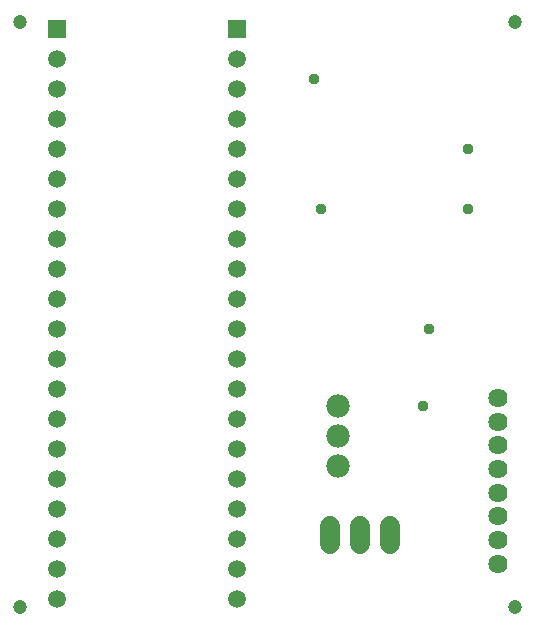
<source format=gbr>
G04 EAGLE Gerber RS-274X export*
G75*
%MOMM*%
%FSLAX34Y34*%
%LPD*%
%INSoldermask Bottom*%
%IPPOS*%
%AMOC8*
5,1,8,0,0,1.08239X$1,22.5*%
G01*
%ADD10C,1.203200*%
%ADD11R,1.511200X1.511200*%
%ADD12C,1.511200*%
%ADD13C,1.711200*%
%ADD14C,1.625600*%
%ADD15C,1.981200*%
%ADD16C,0.959600*%


D10*
X19050Y44450D03*
X438150Y44450D03*
X19050Y539750D03*
X438150Y539750D03*
D11*
X50800Y533400D03*
D12*
X50800Y508000D03*
X50800Y482600D03*
X50800Y457200D03*
X50800Y431800D03*
X50800Y406400D03*
X50800Y381000D03*
X50800Y355600D03*
X50800Y330200D03*
X50800Y304800D03*
X50800Y279400D03*
X50800Y254000D03*
X50800Y228600D03*
X50800Y203200D03*
X50800Y177800D03*
X50800Y152400D03*
X50800Y127000D03*
X50800Y101600D03*
X50800Y76200D03*
X50800Y50800D03*
X203200Y50800D03*
X203200Y76200D03*
X203200Y101600D03*
X203200Y127000D03*
X203200Y152400D03*
X203200Y177800D03*
X203200Y203200D03*
X203200Y228600D03*
X203200Y254000D03*
X203200Y279400D03*
X203200Y304800D03*
X203200Y330200D03*
X203200Y355600D03*
X203200Y381000D03*
X203200Y406400D03*
X203200Y431800D03*
X203200Y457200D03*
X203200Y482600D03*
X203200Y508000D03*
D11*
X203200Y533400D03*
D13*
X332740Y112950D02*
X332740Y97870D01*
X307340Y97870D02*
X307340Y112950D01*
X281940Y112950D02*
X281940Y97870D01*
D14*
X424180Y81130D03*
X424180Y101130D03*
X424180Y121130D03*
X424180Y141130D03*
X424180Y161130D03*
X424180Y181130D03*
X424180Y201130D03*
X424180Y221130D03*
D15*
X288290Y163830D03*
X288290Y189230D03*
X288290Y214630D03*
D16*
X360680Y214630D03*
X267970Y491490D03*
X398780Y381000D03*
X274320Y381000D03*
X398780Y431800D03*
X365760Y279400D03*
M02*

</source>
